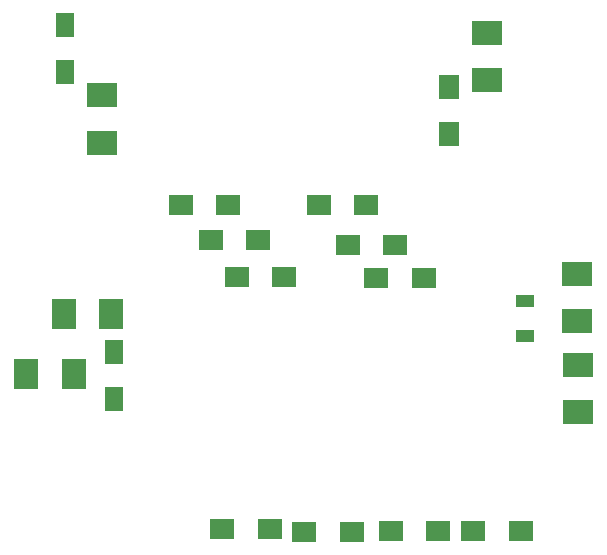
<source format=gbr>
%TF.GenerationSoftware,KiCad,Pcbnew,(2017-09-22 revision df472e6)-master*%
%TF.CreationDate,2018-05-20T17:38:45-07:00*%
%TF.ProjectId,ody_adap,6F64795F616461702E6B696361645F70,rev?*%
%TF.SameCoordinates,Original*%
%TF.FileFunction,Paste,Top*%
%TF.FilePolarity,Positive*%
%FSLAX46Y46*%
G04 Gerber Fmt 4.6, Leading zero omitted, Abs format (unit mm)*
G04 Created by KiCad (PCBNEW (2017-09-22 revision df472e6)-master) date Sun May 20 17:38:45 2018*
%MOMM*%
%LPD*%
G01*
G04 APERTURE LIST*
%ADD10R,2.000000X1.700000*%
%ADD11R,2.000000X2.500000*%
%ADD12R,1.600000X2.000000*%
%ADD13R,2.500000X2.000000*%
%ADD14R,1.600000X1.000000*%
%ADD15R,1.700000X2.000000*%
G04 APERTURE END LIST*
D10*
X145950000Y-122100000D03*
X149950000Y-122100000D03*
D11*
X112100000Y-108850000D03*
X108100000Y-108850000D03*
X111300000Y-103750000D03*
X115300000Y-103750000D03*
D12*
X111400000Y-79300000D03*
X111400000Y-83300000D03*
D13*
X154800000Y-108100000D03*
X154800000Y-112100000D03*
X147150000Y-83950000D03*
X147150000Y-79950000D03*
D12*
X115550000Y-106950000D03*
X115550000Y-110950000D03*
D13*
X114550000Y-85250000D03*
X114550000Y-89250000D03*
X154700000Y-100350000D03*
X154700000Y-104350000D03*
D14*
X150350000Y-102650000D03*
X150350000Y-105650000D03*
D15*
X143850000Y-88550000D03*
X143850000Y-84550000D03*
D10*
X124700000Y-122000000D03*
X128700000Y-122000000D03*
X131650000Y-122200000D03*
X135650000Y-122200000D03*
X138950000Y-122100000D03*
X142950000Y-122100000D03*
X137750000Y-100700000D03*
X141750000Y-100700000D03*
X139350000Y-97900000D03*
X135350000Y-97900000D03*
X132850000Y-94500000D03*
X136850000Y-94500000D03*
X125950000Y-100650000D03*
X129950000Y-100650000D03*
X127700000Y-97500000D03*
X123700000Y-97500000D03*
X121200000Y-94500000D03*
X125200000Y-94500000D03*
M02*

</source>
